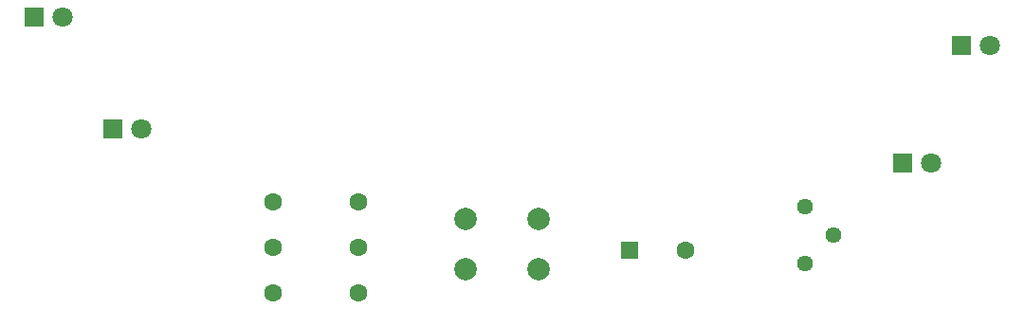
<source format=gbs>
G04 #@! TF.GenerationSoftware,KiCad,Pcbnew,9.0.2*
G04 #@! TF.CreationDate,2025-06-29T23:08:07-05:00*
G04 #@! TF.ProjectId,project-solder,70726f6a-6563-4742-9d73-6f6c6465722e,rev?*
G04 #@! TF.SameCoordinates,Original*
G04 #@! TF.FileFunction,Soldermask,Bot*
G04 #@! TF.FilePolarity,Negative*
%FSLAX46Y46*%
G04 Gerber Fmt 4.6, Leading zero omitted, Abs format (unit mm)*
G04 Created by KiCad (PCBNEW 9.0.2) date 2025-06-29 23:08:07*
%MOMM*%
%LPD*%
G01*
G04 APERTURE LIST*
G04 Aperture macros list*
%AMRoundRect*
0 Rectangle with rounded corners*
0 $1 Rounding radius*
0 $2 $3 $4 $5 $6 $7 $8 $9 X,Y pos of 4 corners*
0 Add a 4 corners polygon primitive as box body*
4,1,4,$2,$3,$4,$5,$6,$7,$8,$9,$2,$3,0*
0 Add four circle primitives for the rounded corners*
1,1,$1+$1,$2,$3*
1,1,$1+$1,$4,$5*
1,1,$1+$1,$6,$7*
1,1,$1+$1,$8,$9*
0 Add four rect primitives between the rounded corners*
20,1,$1+$1,$2,$3,$4,$5,0*
20,1,$1+$1,$4,$5,$6,$7,0*
20,1,$1+$1,$6,$7,$8,$9,0*
20,1,$1+$1,$8,$9,$2,$3,0*%
G04 Aperture macros list end*
%ADD10C,1.440000*%
%ADD11R,1.800000X1.800000*%
%ADD12C,1.800000*%
%ADD13RoundRect,0.250000X-0.550000X-0.550000X0.550000X-0.550000X0.550000X0.550000X-0.550000X0.550000X0*%
%ADD14C,1.600000*%
%ADD15C,2.000000*%
G04 APERTURE END LIST*
D10*
G04 #@! TO.C,RV2*
X217500000Y-102000000D03*
X220040000Y-99460000D03*
X217500000Y-96920000D03*
G04 #@! TD*
D11*
G04 #@! TO.C,D1*
X148725000Y-80000000D03*
D12*
X151265000Y-80000000D03*
G04 #@! TD*
D13*
G04 #@! TO.C,C1*
X201894698Y-100791925D03*
D14*
X206894698Y-100791925D03*
G04 #@! TD*
D15*
G04 #@! TO.C,SW1*
X187250000Y-98041925D03*
X193750000Y-98041925D03*
X187250000Y-102541925D03*
X193750000Y-102541925D03*
G04 #@! TD*
D14*
G04 #@! TO.C,R2*
X170000000Y-100550000D03*
X177620000Y-100550000D03*
G04 #@! TD*
D11*
G04 #@! TO.C,D3*
X231460000Y-82500000D03*
D12*
X234000000Y-82500000D03*
G04 #@! TD*
D11*
G04 #@! TO.C,D2*
X155725000Y-90000000D03*
D12*
X158265000Y-90000000D03*
G04 #@! TD*
D14*
G04 #@! TO.C,R3*
X170000000Y-104600000D03*
X177620000Y-104600000D03*
G04 #@! TD*
G04 #@! TO.C,R1*
X170000000Y-96500000D03*
X177620000Y-96500000D03*
G04 #@! TD*
D11*
G04 #@! TO.C,D4*
X226225000Y-93000000D03*
D12*
X228765000Y-93000000D03*
G04 #@! TD*
M02*

</source>
